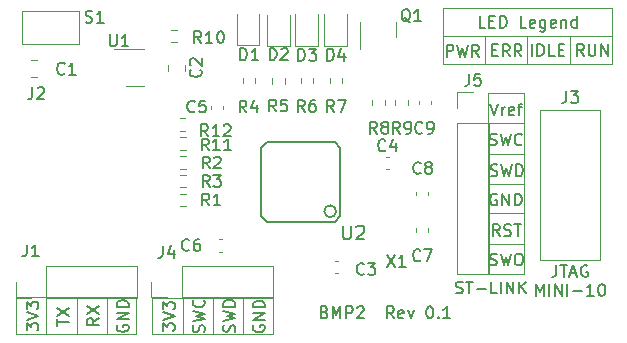
<source format=gbr>
%TF.GenerationSoftware,KiCad,Pcbnew,(6.0.7)*%
%TF.CreationDate,2022-09-01T12:01:24+02:00*%
%TF.ProjectId,bmp2,626d7032-2e6b-4696-9361-645f70636258,rev?*%
%TF.SameCoordinates,Original*%
%TF.FileFunction,Legend,Top*%
%TF.FilePolarity,Positive*%
%FSLAX46Y46*%
G04 Gerber Fmt 4.6, Leading zero omitted, Abs format (unit mm)*
G04 Created by KiCad (PCBNEW (6.0.7)) date 2022-09-01 12:01:24*
%MOMM*%
%LPD*%
G01*
G04 APERTURE LIST*
%ADD10C,0.150000*%
%ADD11C,0.120000*%
%ADD12C,0.127000*%
%ADD13C,0.152400*%
G04 APERTURE END LIST*
D10*
X146708333Y-42172380D02*
X146708333Y-42886666D01*
X146660714Y-43029523D01*
X146565476Y-43124761D01*
X146422619Y-43172380D01*
X146327380Y-43172380D01*
X147041666Y-42172380D02*
X147613095Y-42172380D01*
X147327380Y-43172380D02*
X147327380Y-42172380D01*
X147898809Y-42886666D02*
X148375000Y-42886666D01*
X147803571Y-43172380D02*
X148136904Y-42172380D01*
X148470238Y-43172380D01*
X149327380Y-42220000D02*
X149232142Y-42172380D01*
X149089285Y-42172380D01*
X148946428Y-42220000D01*
X148851190Y-42315238D01*
X148803571Y-42410476D01*
X148755952Y-42600952D01*
X148755952Y-42743809D01*
X148803571Y-42934285D01*
X148851190Y-43029523D01*
X148946428Y-43124761D01*
X149089285Y-43172380D01*
X149184523Y-43172380D01*
X149327380Y-43124761D01*
X149375000Y-43077142D01*
X149375000Y-42743809D01*
X149184523Y-42743809D01*
X144970238Y-44782380D02*
X144970238Y-43782380D01*
X145303571Y-44496666D01*
X145636904Y-43782380D01*
X145636904Y-44782380D01*
X146113095Y-44782380D02*
X146113095Y-43782380D01*
X146589285Y-44782380D02*
X146589285Y-43782380D01*
X147160714Y-44782380D01*
X147160714Y-43782380D01*
X147636904Y-44782380D02*
X147636904Y-43782380D01*
X148113095Y-44401428D02*
X148875000Y-44401428D01*
X149875000Y-44782380D02*
X149303571Y-44782380D01*
X149589285Y-44782380D02*
X149589285Y-43782380D01*
X149494047Y-43925238D01*
X149398809Y-44020476D01*
X149303571Y-44068095D01*
X150494047Y-43782380D02*
X150589285Y-43782380D01*
X150684523Y-43830000D01*
X150732142Y-43877619D01*
X150779761Y-43972857D01*
X150827380Y-44163333D01*
X150827380Y-44401428D01*
X150779761Y-44591904D01*
X150732142Y-44687142D01*
X150684523Y-44734761D01*
X150589285Y-44782380D01*
X150494047Y-44782380D01*
X150398809Y-44734761D01*
X150351190Y-44687142D01*
X150303571Y-44591904D01*
X150255952Y-44401428D01*
X150255952Y-44163333D01*
X150303571Y-43972857D01*
X150351190Y-43877619D01*
X150398809Y-43830000D01*
X150494047Y-43782380D01*
D11*
X147875000Y-22825000D02*
X147875000Y-25075000D01*
X140625000Y-22800000D02*
X140625000Y-25100000D01*
D10*
X149011904Y-24452380D02*
X148678571Y-23976190D01*
X148440476Y-24452380D02*
X148440476Y-23452380D01*
X148821428Y-23452380D01*
X148916666Y-23500000D01*
X148964285Y-23547619D01*
X149011904Y-23642857D01*
X149011904Y-23785714D01*
X148964285Y-23880952D01*
X148916666Y-23928571D01*
X148821428Y-23976190D01*
X148440476Y-23976190D01*
X149440476Y-23452380D02*
X149440476Y-24261904D01*
X149488095Y-24357142D01*
X149535714Y-24404761D01*
X149630952Y-24452380D01*
X149821428Y-24452380D01*
X149916666Y-24404761D01*
X149964285Y-24357142D01*
X150011904Y-24261904D01*
X150011904Y-23452380D01*
X150488095Y-24452380D02*
X150488095Y-23452380D01*
X151059523Y-24452380D01*
X151059523Y-23452380D01*
X144617857Y-24477380D02*
X144617857Y-23477380D01*
X145094047Y-24477380D02*
X145094047Y-23477380D01*
X145332142Y-23477380D01*
X145475000Y-23525000D01*
X145570238Y-23620238D01*
X145617857Y-23715476D01*
X145665476Y-23905952D01*
X145665476Y-24048809D01*
X145617857Y-24239285D01*
X145570238Y-24334523D01*
X145475000Y-24429761D01*
X145332142Y-24477380D01*
X145094047Y-24477380D01*
X146570238Y-24477380D02*
X146094047Y-24477380D01*
X146094047Y-23477380D01*
X146903571Y-23953571D02*
X147236904Y-23953571D01*
X147379761Y-24477380D02*
X146903571Y-24477380D01*
X146903571Y-23477380D01*
X147379761Y-23477380D01*
X141260714Y-23978571D02*
X141594047Y-23978571D01*
X141736904Y-24502380D02*
X141260714Y-24502380D01*
X141260714Y-23502380D01*
X141736904Y-23502380D01*
X142736904Y-24502380D02*
X142403571Y-24026190D01*
X142165476Y-24502380D02*
X142165476Y-23502380D01*
X142546428Y-23502380D01*
X142641666Y-23550000D01*
X142689285Y-23597619D01*
X142736904Y-23692857D01*
X142736904Y-23835714D01*
X142689285Y-23930952D01*
X142641666Y-23978571D01*
X142546428Y-24026190D01*
X142165476Y-24026190D01*
X143736904Y-24502380D02*
X143403571Y-24026190D01*
X143165476Y-24502380D02*
X143165476Y-23502380D01*
X143546428Y-23502380D01*
X143641666Y-23550000D01*
X143689285Y-23597619D01*
X143736904Y-23692857D01*
X143736904Y-23835714D01*
X143689285Y-23930952D01*
X143641666Y-23978571D01*
X143546428Y-24026190D01*
X143165476Y-24026190D01*
X137416666Y-24527380D02*
X137416666Y-23527380D01*
X137797619Y-23527380D01*
X137892857Y-23575000D01*
X137940476Y-23622619D01*
X137988095Y-23717857D01*
X137988095Y-23860714D01*
X137940476Y-23955952D01*
X137892857Y-24003571D01*
X137797619Y-24051190D01*
X137416666Y-24051190D01*
X138321428Y-23527380D02*
X138559523Y-24527380D01*
X138750000Y-23813095D01*
X138940476Y-24527380D01*
X139178571Y-23527380D01*
X140130952Y-24527380D02*
X139797619Y-24051190D01*
X139559523Y-24527380D02*
X139559523Y-23527380D01*
X139940476Y-23527380D01*
X140035714Y-23575000D01*
X140083333Y-23622619D01*
X140130952Y-23717857D01*
X140130952Y-23860714D01*
X140083333Y-23955952D01*
X140035714Y-24003571D01*
X139940476Y-24051190D01*
X139559523Y-24051190D01*
D11*
X144225000Y-25125000D02*
X144225000Y-22787500D01*
D10*
X140682142Y-22077380D02*
X140205952Y-22077380D01*
X140205952Y-21077380D01*
X141015476Y-21553571D02*
X141348809Y-21553571D01*
X141491666Y-22077380D02*
X141015476Y-22077380D01*
X141015476Y-21077380D01*
X141491666Y-21077380D01*
X141920238Y-22077380D02*
X141920238Y-21077380D01*
X142158333Y-21077380D01*
X142301190Y-21125000D01*
X142396428Y-21220238D01*
X142444047Y-21315476D01*
X142491666Y-21505952D01*
X142491666Y-21648809D01*
X142444047Y-21839285D01*
X142396428Y-21934523D01*
X142301190Y-22029761D01*
X142158333Y-22077380D01*
X141920238Y-22077380D01*
X144158333Y-22077380D02*
X143682142Y-22077380D01*
X143682142Y-21077380D01*
X144872619Y-22029761D02*
X144777380Y-22077380D01*
X144586904Y-22077380D01*
X144491666Y-22029761D01*
X144444047Y-21934523D01*
X144444047Y-21553571D01*
X144491666Y-21458333D01*
X144586904Y-21410714D01*
X144777380Y-21410714D01*
X144872619Y-21458333D01*
X144920238Y-21553571D01*
X144920238Y-21648809D01*
X144444047Y-21744047D01*
X145777380Y-21410714D02*
X145777380Y-22220238D01*
X145729761Y-22315476D01*
X145682142Y-22363095D01*
X145586904Y-22410714D01*
X145444047Y-22410714D01*
X145348809Y-22363095D01*
X145777380Y-22029761D02*
X145682142Y-22077380D01*
X145491666Y-22077380D01*
X145396428Y-22029761D01*
X145348809Y-21982142D01*
X145301190Y-21886904D01*
X145301190Y-21601190D01*
X145348809Y-21505952D01*
X145396428Y-21458333D01*
X145491666Y-21410714D01*
X145682142Y-21410714D01*
X145777380Y-21458333D01*
X146634523Y-22029761D02*
X146539285Y-22077380D01*
X146348809Y-22077380D01*
X146253571Y-22029761D01*
X146205952Y-21934523D01*
X146205952Y-21553571D01*
X146253571Y-21458333D01*
X146348809Y-21410714D01*
X146539285Y-21410714D01*
X146634523Y-21458333D01*
X146682142Y-21553571D01*
X146682142Y-21648809D01*
X146205952Y-21744047D01*
X147110714Y-21410714D02*
X147110714Y-22077380D01*
X147110714Y-21505952D02*
X147158333Y-21458333D01*
X147253571Y-21410714D01*
X147396428Y-21410714D01*
X147491666Y-21458333D01*
X147539285Y-21553571D01*
X147539285Y-22077380D01*
X148444047Y-22077380D02*
X148444047Y-21077380D01*
X148444047Y-22029761D02*
X148348809Y-22077380D01*
X148158333Y-22077380D01*
X148063095Y-22029761D01*
X148015476Y-21982142D01*
X147967857Y-21886904D01*
X147967857Y-21601190D01*
X148015476Y-21505952D01*
X148063095Y-21458333D01*
X148158333Y-21410714D01*
X148348809Y-21410714D01*
X148444047Y-21458333D01*
D11*
X137075000Y-22787500D02*
X151375000Y-22787500D01*
X137075000Y-20450000D02*
X151375000Y-20450000D01*
X151375000Y-20450000D02*
X151375000Y-25125000D01*
X151375000Y-25125000D02*
X137075000Y-25125000D01*
X137075000Y-25125000D02*
X137075000Y-20450000D01*
D10*
X141094047Y-42154761D02*
X141236904Y-42202380D01*
X141475000Y-42202380D01*
X141570238Y-42154761D01*
X141617857Y-42107142D01*
X141665476Y-42011904D01*
X141665476Y-41916666D01*
X141617857Y-41821428D01*
X141570238Y-41773809D01*
X141475000Y-41726190D01*
X141284523Y-41678571D01*
X141189285Y-41630952D01*
X141141666Y-41583333D01*
X141094047Y-41488095D01*
X141094047Y-41392857D01*
X141141666Y-41297619D01*
X141189285Y-41250000D01*
X141284523Y-41202380D01*
X141522619Y-41202380D01*
X141665476Y-41250000D01*
X141998809Y-41202380D02*
X142236904Y-42202380D01*
X142427380Y-41488095D01*
X142617857Y-42202380D01*
X142855952Y-41202380D01*
X143427380Y-41202380D02*
X143617857Y-41202380D01*
X143713095Y-41250000D01*
X143808333Y-41345238D01*
X143855952Y-41535714D01*
X143855952Y-41869047D01*
X143808333Y-42059523D01*
X143713095Y-42154761D01*
X143617857Y-42202380D01*
X143427380Y-42202380D01*
X143332142Y-42154761D01*
X143236904Y-42059523D01*
X143189285Y-41869047D01*
X143189285Y-41535714D01*
X143236904Y-41345238D01*
X143332142Y-41250000D01*
X143427380Y-41202380D01*
X141902380Y-39727380D02*
X141569047Y-39251190D01*
X141330952Y-39727380D02*
X141330952Y-38727380D01*
X141711904Y-38727380D01*
X141807142Y-38775000D01*
X141854761Y-38822619D01*
X141902380Y-38917857D01*
X141902380Y-39060714D01*
X141854761Y-39155952D01*
X141807142Y-39203571D01*
X141711904Y-39251190D01*
X141330952Y-39251190D01*
X142283333Y-39679761D02*
X142426190Y-39727380D01*
X142664285Y-39727380D01*
X142759523Y-39679761D01*
X142807142Y-39632142D01*
X142854761Y-39536904D01*
X142854761Y-39441666D01*
X142807142Y-39346428D01*
X142759523Y-39298809D01*
X142664285Y-39251190D01*
X142473809Y-39203571D01*
X142378571Y-39155952D01*
X142330952Y-39108333D01*
X142283333Y-39013095D01*
X142283333Y-38917857D01*
X142330952Y-38822619D01*
X142378571Y-38775000D01*
X142473809Y-38727380D01*
X142711904Y-38727380D01*
X142854761Y-38775000D01*
X143140476Y-38727380D02*
X143711904Y-38727380D01*
X143426190Y-39727380D02*
X143426190Y-38727380D01*
D11*
X144000000Y-37800000D02*
X140925000Y-37800000D01*
X140925000Y-37800000D02*
X140925000Y-42900000D01*
X140925000Y-42900000D02*
X144000000Y-42900000D01*
X144000000Y-42900000D02*
X144000000Y-37800000D01*
X144000000Y-40400000D02*
X140925000Y-40400000D01*
D10*
X141663095Y-36175000D02*
X141567857Y-36127380D01*
X141425000Y-36127380D01*
X141282142Y-36175000D01*
X141186904Y-36270238D01*
X141139285Y-36365476D01*
X141091666Y-36555952D01*
X141091666Y-36698809D01*
X141139285Y-36889285D01*
X141186904Y-36984523D01*
X141282142Y-37079761D01*
X141425000Y-37127380D01*
X141520238Y-37127380D01*
X141663095Y-37079761D01*
X141710714Y-37032142D01*
X141710714Y-36698809D01*
X141520238Y-36698809D01*
X142139285Y-37127380D02*
X142139285Y-36127380D01*
X142710714Y-37127380D01*
X142710714Y-36127380D01*
X143186904Y-37127380D02*
X143186904Y-36127380D01*
X143425000Y-36127380D01*
X143567857Y-36175000D01*
X143663095Y-36270238D01*
X143710714Y-36365476D01*
X143758333Y-36555952D01*
X143758333Y-36698809D01*
X143710714Y-36889285D01*
X143663095Y-36984523D01*
X143567857Y-37079761D01*
X143425000Y-37127380D01*
X143186904Y-37127380D01*
X141142857Y-34604761D02*
X141285714Y-34652380D01*
X141523809Y-34652380D01*
X141619047Y-34604761D01*
X141666666Y-34557142D01*
X141714285Y-34461904D01*
X141714285Y-34366666D01*
X141666666Y-34271428D01*
X141619047Y-34223809D01*
X141523809Y-34176190D01*
X141333333Y-34128571D01*
X141238095Y-34080952D01*
X141190476Y-34033333D01*
X141142857Y-33938095D01*
X141142857Y-33842857D01*
X141190476Y-33747619D01*
X141238095Y-33700000D01*
X141333333Y-33652380D01*
X141571428Y-33652380D01*
X141714285Y-33700000D01*
X142047619Y-33652380D02*
X142285714Y-34652380D01*
X142476190Y-33938095D01*
X142666666Y-34652380D01*
X142904761Y-33652380D01*
X143285714Y-34652380D02*
X143285714Y-33652380D01*
X143523809Y-33652380D01*
X143666666Y-33700000D01*
X143761904Y-33795238D01*
X143809523Y-33890476D01*
X143857142Y-34080952D01*
X143857142Y-34223809D01*
X143809523Y-34414285D01*
X143761904Y-34509523D01*
X143666666Y-34604761D01*
X143523809Y-34652380D01*
X143285714Y-34652380D01*
X141067857Y-32004761D02*
X141210714Y-32052380D01*
X141448809Y-32052380D01*
X141544047Y-32004761D01*
X141591666Y-31957142D01*
X141639285Y-31861904D01*
X141639285Y-31766666D01*
X141591666Y-31671428D01*
X141544047Y-31623809D01*
X141448809Y-31576190D01*
X141258333Y-31528571D01*
X141163095Y-31480952D01*
X141115476Y-31433333D01*
X141067857Y-31338095D01*
X141067857Y-31242857D01*
X141115476Y-31147619D01*
X141163095Y-31100000D01*
X141258333Y-31052380D01*
X141496428Y-31052380D01*
X141639285Y-31100000D01*
X141972619Y-31052380D02*
X142210714Y-32052380D01*
X142401190Y-31338095D01*
X142591666Y-32052380D01*
X142829761Y-31052380D01*
X143782142Y-31957142D02*
X143734523Y-32004761D01*
X143591666Y-32052380D01*
X143496428Y-32052380D01*
X143353571Y-32004761D01*
X143258333Y-31909523D01*
X143210714Y-31814285D01*
X143163095Y-31623809D01*
X143163095Y-31480952D01*
X143210714Y-31290476D01*
X143258333Y-31195238D01*
X143353571Y-31100000D01*
X143496428Y-31052380D01*
X143591666Y-31052380D01*
X143734523Y-31100000D01*
X143782142Y-31147619D01*
X141092857Y-28502380D02*
X141426190Y-29502380D01*
X141759523Y-28502380D01*
X142092857Y-29502380D02*
X142092857Y-28835714D01*
X142092857Y-29026190D02*
X142140476Y-28930952D01*
X142188095Y-28883333D01*
X142283333Y-28835714D01*
X142378571Y-28835714D01*
X143092857Y-29454761D02*
X142997619Y-29502380D01*
X142807142Y-29502380D01*
X142711904Y-29454761D01*
X142664285Y-29359523D01*
X142664285Y-28978571D01*
X142711904Y-28883333D01*
X142807142Y-28835714D01*
X142997619Y-28835714D01*
X143092857Y-28883333D01*
X143140476Y-28978571D01*
X143140476Y-29073809D01*
X142664285Y-29169047D01*
X143426190Y-28835714D02*
X143807142Y-28835714D01*
X143569047Y-29502380D02*
X143569047Y-28645238D01*
X143616666Y-28550000D01*
X143711904Y-28502380D01*
X143807142Y-28502380D01*
D11*
X144000000Y-32762500D02*
X140925000Y-32762500D01*
X144000000Y-27575000D02*
X140925000Y-27575000D01*
X140925000Y-27575000D02*
X140925000Y-37800000D01*
X140925000Y-37800000D02*
X144000000Y-37800000D01*
X144000000Y-37800000D02*
X144000000Y-27575000D01*
X144000000Y-30175000D02*
X140925000Y-30175000D01*
X143975000Y-35300000D02*
X140925000Y-35300000D01*
D10*
X138197619Y-44529761D02*
X138340476Y-44577380D01*
X138578571Y-44577380D01*
X138673809Y-44529761D01*
X138721428Y-44482142D01*
X138769047Y-44386904D01*
X138769047Y-44291666D01*
X138721428Y-44196428D01*
X138673809Y-44148809D01*
X138578571Y-44101190D01*
X138388095Y-44053571D01*
X138292857Y-44005952D01*
X138245238Y-43958333D01*
X138197619Y-43863095D01*
X138197619Y-43767857D01*
X138245238Y-43672619D01*
X138292857Y-43625000D01*
X138388095Y-43577380D01*
X138626190Y-43577380D01*
X138769047Y-43625000D01*
X139054761Y-43577380D02*
X139626190Y-43577380D01*
X139340476Y-44577380D02*
X139340476Y-43577380D01*
X139959523Y-44196428D02*
X140721428Y-44196428D01*
X141673809Y-44577380D02*
X141197619Y-44577380D01*
X141197619Y-43577380D01*
X142007142Y-44577380D02*
X142007142Y-43577380D01*
X142483333Y-44577380D02*
X142483333Y-43577380D01*
X143054761Y-44577380D01*
X143054761Y-43577380D01*
X143530952Y-44577380D02*
X143530952Y-43577380D01*
X144102380Y-44577380D02*
X143673809Y-44005952D01*
X144102380Y-43577380D02*
X143530952Y-44148809D01*
X127080952Y-46153571D02*
X127223809Y-46201190D01*
X127271428Y-46248809D01*
X127319047Y-46344047D01*
X127319047Y-46486904D01*
X127271428Y-46582142D01*
X127223809Y-46629761D01*
X127128571Y-46677380D01*
X126747619Y-46677380D01*
X126747619Y-45677380D01*
X127080952Y-45677380D01*
X127176190Y-45725000D01*
X127223809Y-45772619D01*
X127271428Y-45867857D01*
X127271428Y-45963095D01*
X127223809Y-46058333D01*
X127176190Y-46105952D01*
X127080952Y-46153571D01*
X126747619Y-46153571D01*
X127747619Y-46677380D02*
X127747619Y-45677380D01*
X128080952Y-46391666D01*
X128414285Y-45677380D01*
X128414285Y-46677380D01*
X128890476Y-46677380D02*
X128890476Y-45677380D01*
X129271428Y-45677380D01*
X129366666Y-45725000D01*
X129414285Y-45772619D01*
X129461904Y-45867857D01*
X129461904Y-46010714D01*
X129414285Y-46105952D01*
X129366666Y-46153571D01*
X129271428Y-46201190D01*
X128890476Y-46201190D01*
X129842857Y-45772619D02*
X129890476Y-45725000D01*
X129985714Y-45677380D01*
X130223809Y-45677380D01*
X130319047Y-45725000D01*
X130366666Y-45772619D01*
X130414285Y-45867857D01*
X130414285Y-45963095D01*
X130366666Y-46105952D01*
X129795238Y-46677380D01*
X130414285Y-46677380D01*
X132938095Y-46677380D02*
X132604761Y-46201190D01*
X132366666Y-46677380D02*
X132366666Y-45677380D01*
X132747619Y-45677380D01*
X132842857Y-45725000D01*
X132890476Y-45772619D01*
X132938095Y-45867857D01*
X132938095Y-46010714D01*
X132890476Y-46105952D01*
X132842857Y-46153571D01*
X132747619Y-46201190D01*
X132366666Y-46201190D01*
X133747619Y-46629761D02*
X133652380Y-46677380D01*
X133461904Y-46677380D01*
X133366666Y-46629761D01*
X133319047Y-46534523D01*
X133319047Y-46153571D01*
X133366666Y-46058333D01*
X133461904Y-46010714D01*
X133652380Y-46010714D01*
X133747619Y-46058333D01*
X133795238Y-46153571D01*
X133795238Y-46248809D01*
X133319047Y-46344047D01*
X134128571Y-46010714D02*
X134366666Y-46677380D01*
X134604761Y-46010714D01*
X135938095Y-45677380D02*
X136033333Y-45677380D01*
X136128571Y-45725000D01*
X136176190Y-45772619D01*
X136223809Y-45867857D01*
X136271428Y-46058333D01*
X136271428Y-46296428D01*
X136223809Y-46486904D01*
X136176190Y-46582142D01*
X136128571Y-46629761D01*
X136033333Y-46677380D01*
X135938095Y-46677380D01*
X135842857Y-46629761D01*
X135795238Y-46582142D01*
X135747619Y-46486904D01*
X135700000Y-46296428D01*
X135700000Y-46058333D01*
X135747619Y-45867857D01*
X135795238Y-45772619D01*
X135842857Y-45725000D01*
X135938095Y-45677380D01*
X136700000Y-46582142D02*
X136747619Y-46629761D01*
X136700000Y-46677380D01*
X136652380Y-46629761D01*
X136700000Y-46582142D01*
X136700000Y-46677380D01*
X137700000Y-46677380D02*
X137128571Y-46677380D01*
X137414285Y-46677380D02*
X137414285Y-45677380D01*
X137319047Y-45820238D01*
X137223809Y-45915476D01*
X137128571Y-45963095D01*
X121050000Y-47286904D02*
X121002380Y-47382142D01*
X121002380Y-47525000D01*
X121050000Y-47667857D01*
X121145238Y-47763095D01*
X121240476Y-47810714D01*
X121430952Y-47858333D01*
X121573809Y-47858333D01*
X121764285Y-47810714D01*
X121859523Y-47763095D01*
X121954761Y-47667857D01*
X122002380Y-47525000D01*
X122002380Y-47429761D01*
X121954761Y-47286904D01*
X121907142Y-47239285D01*
X121573809Y-47239285D01*
X121573809Y-47429761D01*
X122002380Y-46810714D02*
X121002380Y-46810714D01*
X122002380Y-46239285D01*
X121002380Y-46239285D01*
X122002380Y-45763095D02*
X121002380Y-45763095D01*
X121002380Y-45525000D01*
X121050000Y-45382142D01*
X121145238Y-45286904D01*
X121240476Y-45239285D01*
X121430952Y-45191666D01*
X121573809Y-45191666D01*
X121764285Y-45239285D01*
X121859523Y-45286904D01*
X121954761Y-45382142D01*
X122002380Y-45525000D01*
X122002380Y-45763095D01*
X119454761Y-47832142D02*
X119502380Y-47689285D01*
X119502380Y-47451190D01*
X119454761Y-47355952D01*
X119407142Y-47308333D01*
X119311904Y-47260714D01*
X119216666Y-47260714D01*
X119121428Y-47308333D01*
X119073809Y-47355952D01*
X119026190Y-47451190D01*
X118978571Y-47641666D01*
X118930952Y-47736904D01*
X118883333Y-47784523D01*
X118788095Y-47832142D01*
X118692857Y-47832142D01*
X118597619Y-47784523D01*
X118550000Y-47736904D01*
X118502380Y-47641666D01*
X118502380Y-47403571D01*
X118550000Y-47260714D01*
X118502380Y-46927380D02*
X119502380Y-46689285D01*
X118788095Y-46498809D01*
X119502380Y-46308333D01*
X118502380Y-46070238D01*
X119502380Y-45689285D02*
X118502380Y-45689285D01*
X118502380Y-45451190D01*
X118550000Y-45308333D01*
X118645238Y-45213095D01*
X118740476Y-45165476D01*
X118930952Y-45117857D01*
X119073809Y-45117857D01*
X119264285Y-45165476D01*
X119359523Y-45213095D01*
X119454761Y-45308333D01*
X119502380Y-45451190D01*
X119502380Y-45689285D01*
X116879761Y-47857142D02*
X116927380Y-47714285D01*
X116927380Y-47476190D01*
X116879761Y-47380952D01*
X116832142Y-47333333D01*
X116736904Y-47285714D01*
X116641666Y-47285714D01*
X116546428Y-47333333D01*
X116498809Y-47380952D01*
X116451190Y-47476190D01*
X116403571Y-47666666D01*
X116355952Y-47761904D01*
X116308333Y-47809523D01*
X116213095Y-47857142D01*
X116117857Y-47857142D01*
X116022619Y-47809523D01*
X115975000Y-47761904D01*
X115927380Y-47666666D01*
X115927380Y-47428571D01*
X115975000Y-47285714D01*
X115927380Y-46952380D02*
X116927380Y-46714285D01*
X116213095Y-46523809D01*
X116927380Y-46333333D01*
X115927380Y-46095238D01*
X116832142Y-45142857D02*
X116879761Y-45190476D01*
X116927380Y-45333333D01*
X116927380Y-45428571D01*
X116879761Y-45571428D01*
X116784523Y-45666666D01*
X116689285Y-45714285D01*
X116498809Y-45761904D01*
X116355952Y-45761904D01*
X116165476Y-45714285D01*
X116070238Y-45666666D01*
X115975000Y-45571428D01*
X115927380Y-45428571D01*
X115927380Y-45333333D01*
X115975000Y-45190476D01*
X116022619Y-45142857D01*
X113377380Y-47738095D02*
X113377380Y-47119047D01*
X113758333Y-47452380D01*
X113758333Y-47309523D01*
X113805952Y-47214285D01*
X113853571Y-47166666D01*
X113948809Y-47119047D01*
X114186904Y-47119047D01*
X114282142Y-47166666D01*
X114329761Y-47214285D01*
X114377380Y-47309523D01*
X114377380Y-47595238D01*
X114329761Y-47690476D01*
X114282142Y-47738095D01*
X113377380Y-46833333D02*
X114377380Y-46500000D01*
X113377380Y-46166666D01*
X113377380Y-45928571D02*
X113377380Y-45309523D01*
X113758333Y-45642857D01*
X113758333Y-45500000D01*
X113805952Y-45404761D01*
X113853571Y-45357142D01*
X113948809Y-45309523D01*
X114186904Y-45309523D01*
X114282142Y-45357142D01*
X114329761Y-45404761D01*
X114377380Y-45500000D01*
X114377380Y-45785714D01*
X114329761Y-45880952D01*
X114282142Y-45928571D01*
D11*
X117637500Y-44950000D02*
X117637500Y-48025000D01*
X112450000Y-44950000D02*
X122675000Y-44950000D01*
X122675000Y-44950000D02*
X122675000Y-48025000D01*
X122675000Y-48025000D02*
X112450000Y-48025000D01*
X112450000Y-48025000D02*
X112450000Y-44950000D01*
X115050000Y-44950000D02*
X115050000Y-48025000D01*
X120175000Y-44975000D02*
X120175000Y-48025000D01*
D10*
X109525000Y-47261904D02*
X109477380Y-47357142D01*
X109477380Y-47500000D01*
X109525000Y-47642857D01*
X109620238Y-47738095D01*
X109715476Y-47785714D01*
X109905952Y-47833333D01*
X110048809Y-47833333D01*
X110239285Y-47785714D01*
X110334523Y-47738095D01*
X110429761Y-47642857D01*
X110477380Y-47500000D01*
X110477380Y-47404761D01*
X110429761Y-47261904D01*
X110382142Y-47214285D01*
X110048809Y-47214285D01*
X110048809Y-47404761D01*
X110477380Y-46785714D02*
X109477380Y-46785714D01*
X110477380Y-46214285D01*
X109477380Y-46214285D01*
X110477380Y-45738095D02*
X109477380Y-45738095D01*
X109477380Y-45500000D01*
X109525000Y-45357142D01*
X109620238Y-45261904D01*
X109715476Y-45214285D01*
X109905952Y-45166666D01*
X110048809Y-45166666D01*
X110239285Y-45214285D01*
X110334523Y-45261904D01*
X110429761Y-45357142D01*
X110477380Y-45500000D01*
X110477380Y-45738095D01*
X107977380Y-46666666D02*
X107501190Y-47000000D01*
X107977380Y-47238095D02*
X106977380Y-47238095D01*
X106977380Y-46857142D01*
X107025000Y-46761904D01*
X107072619Y-46714285D01*
X107167857Y-46666666D01*
X107310714Y-46666666D01*
X107405952Y-46714285D01*
X107453571Y-46761904D01*
X107501190Y-46857142D01*
X107501190Y-47238095D01*
X106977380Y-46333333D02*
X107977380Y-45666666D01*
X106977380Y-45666666D02*
X107977380Y-46333333D01*
X104402380Y-47311904D02*
X104402380Y-46740476D01*
X105402380Y-47026190D02*
X104402380Y-47026190D01*
X104402380Y-46502380D02*
X105402380Y-45835714D01*
X104402380Y-45835714D02*
X105402380Y-46502380D01*
X101852380Y-47713095D02*
X101852380Y-47094047D01*
X102233333Y-47427380D01*
X102233333Y-47284523D01*
X102280952Y-47189285D01*
X102328571Y-47141666D01*
X102423809Y-47094047D01*
X102661904Y-47094047D01*
X102757142Y-47141666D01*
X102804761Y-47189285D01*
X102852380Y-47284523D01*
X102852380Y-47570238D01*
X102804761Y-47665476D01*
X102757142Y-47713095D01*
X101852380Y-46808333D02*
X102852380Y-46475000D01*
X101852380Y-46141666D01*
X101852380Y-45903571D02*
X101852380Y-45284523D01*
X102233333Y-45617857D01*
X102233333Y-45475000D01*
X102280952Y-45379761D01*
X102328571Y-45332142D01*
X102423809Y-45284523D01*
X102661904Y-45284523D01*
X102757142Y-45332142D01*
X102804761Y-45379761D01*
X102852380Y-45475000D01*
X102852380Y-45760714D01*
X102804761Y-45855952D01*
X102757142Y-45903571D01*
D11*
X108650000Y-44950000D02*
X108650000Y-48000000D01*
X106112500Y-44925000D02*
X106112500Y-48000000D01*
X103525000Y-44925000D02*
X103525000Y-48000000D01*
X100925000Y-44925000D02*
X111150000Y-44925000D01*
X111150000Y-44925000D02*
X111150000Y-48000000D01*
X111150000Y-48000000D02*
X100925000Y-48000000D01*
X100925000Y-48000000D02*
X100925000Y-44925000D01*
D10*
%TO.C,S1*%
X106838095Y-21604761D02*
X106980952Y-21652380D01*
X107219047Y-21652380D01*
X107314285Y-21604761D01*
X107361904Y-21557142D01*
X107409523Y-21461904D01*
X107409523Y-21366666D01*
X107361904Y-21271428D01*
X107314285Y-21223809D01*
X107219047Y-21176190D01*
X107028571Y-21128571D01*
X106933333Y-21080952D01*
X106885714Y-21033333D01*
X106838095Y-20938095D01*
X106838095Y-20842857D01*
X106885714Y-20747619D01*
X106933333Y-20700000D01*
X107028571Y-20652380D01*
X107266666Y-20652380D01*
X107409523Y-20700000D01*
X108361904Y-21652380D02*
X107790476Y-21652380D01*
X108076190Y-21652380D02*
X108076190Y-20652380D01*
X107980952Y-20795238D01*
X107885714Y-20890476D01*
X107790476Y-20938095D01*
%TO.C,J3*%
X147541666Y-27427380D02*
X147541666Y-28141666D01*
X147494047Y-28284523D01*
X147398809Y-28379761D01*
X147255952Y-28427380D01*
X147160714Y-28427380D01*
X147922619Y-27427380D02*
X148541666Y-27427380D01*
X148208333Y-27808333D01*
X148351190Y-27808333D01*
X148446428Y-27855952D01*
X148494047Y-27903571D01*
X148541666Y-27998809D01*
X148541666Y-28236904D01*
X148494047Y-28332142D01*
X148446428Y-28379761D01*
X148351190Y-28427380D01*
X148065476Y-28427380D01*
X147970238Y-28379761D01*
X147922619Y-28332142D01*
%TO.C,X1*%
X132365476Y-41302380D02*
X133032142Y-42302380D01*
X133032142Y-41302380D02*
X132365476Y-42302380D01*
X133936904Y-42302380D02*
X133365476Y-42302380D01*
X133651190Y-42302380D02*
X133651190Y-41302380D01*
X133555952Y-41445238D01*
X133460714Y-41540476D01*
X133365476Y-41588095D01*
D12*
%TO.C,U2*%
X128629692Y-38852571D02*
X128629692Y-39777857D01*
X128684121Y-39886714D01*
X128738550Y-39941142D01*
X128847407Y-39995571D01*
X129065121Y-39995571D01*
X129173978Y-39941142D01*
X129228407Y-39886714D01*
X129282835Y-39777857D01*
X129282835Y-38852571D01*
X129772692Y-38961428D02*
X129827121Y-38907000D01*
X129935978Y-38852571D01*
X130208121Y-38852571D01*
X130316978Y-38907000D01*
X130371407Y-38961428D01*
X130425835Y-39070285D01*
X130425835Y-39179142D01*
X130371407Y-39342428D01*
X129718264Y-39995571D01*
X130425835Y-39995571D01*
D10*
%TO.C,U1*%
X108888095Y-22652380D02*
X108888095Y-23461904D01*
X108935714Y-23557142D01*
X108983333Y-23604761D01*
X109078571Y-23652380D01*
X109269047Y-23652380D01*
X109364285Y-23604761D01*
X109411904Y-23557142D01*
X109459523Y-23461904D01*
X109459523Y-22652380D01*
X110459523Y-23652380D02*
X109888095Y-23652380D01*
X110173809Y-23652380D02*
X110173809Y-22652380D01*
X110078571Y-22795238D01*
X109983333Y-22890476D01*
X109888095Y-22938095D01*
%TO.C,R12*%
X117207142Y-31277380D02*
X116873809Y-30801190D01*
X116635714Y-31277380D02*
X116635714Y-30277380D01*
X117016666Y-30277380D01*
X117111904Y-30325000D01*
X117159523Y-30372619D01*
X117207142Y-30467857D01*
X117207142Y-30610714D01*
X117159523Y-30705952D01*
X117111904Y-30753571D01*
X117016666Y-30801190D01*
X116635714Y-30801190D01*
X118159523Y-31277380D02*
X117588095Y-31277380D01*
X117873809Y-31277380D02*
X117873809Y-30277380D01*
X117778571Y-30420238D01*
X117683333Y-30515476D01*
X117588095Y-30563095D01*
X118540476Y-30372619D02*
X118588095Y-30325000D01*
X118683333Y-30277380D01*
X118921428Y-30277380D01*
X119016666Y-30325000D01*
X119064285Y-30372619D01*
X119111904Y-30467857D01*
X119111904Y-30563095D01*
X119064285Y-30705952D01*
X118492857Y-31277380D01*
X119111904Y-31277380D01*
%TO.C,R11*%
X117257142Y-32477380D02*
X116923809Y-32001190D01*
X116685714Y-32477380D02*
X116685714Y-31477380D01*
X117066666Y-31477380D01*
X117161904Y-31525000D01*
X117209523Y-31572619D01*
X117257142Y-31667857D01*
X117257142Y-31810714D01*
X117209523Y-31905952D01*
X117161904Y-31953571D01*
X117066666Y-32001190D01*
X116685714Y-32001190D01*
X118209523Y-32477380D02*
X117638095Y-32477380D01*
X117923809Y-32477380D02*
X117923809Y-31477380D01*
X117828571Y-31620238D01*
X117733333Y-31715476D01*
X117638095Y-31763095D01*
X119161904Y-32477380D02*
X118590476Y-32477380D01*
X118876190Y-32477380D02*
X118876190Y-31477380D01*
X118780952Y-31620238D01*
X118685714Y-31715476D01*
X118590476Y-31763095D01*
%TO.C,R10*%
X116632142Y-23377380D02*
X116298809Y-22901190D01*
X116060714Y-23377380D02*
X116060714Y-22377380D01*
X116441666Y-22377380D01*
X116536904Y-22425000D01*
X116584523Y-22472619D01*
X116632142Y-22567857D01*
X116632142Y-22710714D01*
X116584523Y-22805952D01*
X116536904Y-22853571D01*
X116441666Y-22901190D01*
X116060714Y-22901190D01*
X117584523Y-23377380D02*
X117013095Y-23377380D01*
X117298809Y-23377380D02*
X117298809Y-22377380D01*
X117203571Y-22520238D01*
X117108333Y-22615476D01*
X117013095Y-22663095D01*
X118203571Y-22377380D02*
X118298809Y-22377380D01*
X118394047Y-22425000D01*
X118441666Y-22472619D01*
X118489285Y-22567857D01*
X118536904Y-22758333D01*
X118536904Y-22996428D01*
X118489285Y-23186904D01*
X118441666Y-23282142D01*
X118394047Y-23329761D01*
X118298809Y-23377380D01*
X118203571Y-23377380D01*
X118108333Y-23329761D01*
X118060714Y-23282142D01*
X118013095Y-23186904D01*
X117965476Y-22996428D01*
X117965476Y-22758333D01*
X118013095Y-22567857D01*
X118060714Y-22472619D01*
X118108333Y-22425000D01*
X118203571Y-22377380D01*
%TO.C,R9*%
X133458333Y-31052380D02*
X133125000Y-30576190D01*
X132886904Y-31052380D02*
X132886904Y-30052380D01*
X133267857Y-30052380D01*
X133363095Y-30100000D01*
X133410714Y-30147619D01*
X133458333Y-30242857D01*
X133458333Y-30385714D01*
X133410714Y-30480952D01*
X133363095Y-30528571D01*
X133267857Y-30576190D01*
X132886904Y-30576190D01*
X133934523Y-31052380D02*
X134125000Y-31052380D01*
X134220238Y-31004761D01*
X134267857Y-30957142D01*
X134363095Y-30814285D01*
X134410714Y-30623809D01*
X134410714Y-30242857D01*
X134363095Y-30147619D01*
X134315476Y-30100000D01*
X134220238Y-30052380D01*
X134029761Y-30052380D01*
X133934523Y-30100000D01*
X133886904Y-30147619D01*
X133839285Y-30242857D01*
X133839285Y-30480952D01*
X133886904Y-30576190D01*
X133934523Y-30623809D01*
X134029761Y-30671428D01*
X134220238Y-30671428D01*
X134315476Y-30623809D01*
X134363095Y-30576190D01*
X134410714Y-30480952D01*
%TO.C,R8*%
X131508333Y-31052380D02*
X131175000Y-30576190D01*
X130936904Y-31052380D02*
X130936904Y-30052380D01*
X131317857Y-30052380D01*
X131413095Y-30100000D01*
X131460714Y-30147619D01*
X131508333Y-30242857D01*
X131508333Y-30385714D01*
X131460714Y-30480952D01*
X131413095Y-30528571D01*
X131317857Y-30576190D01*
X130936904Y-30576190D01*
X132079761Y-30480952D02*
X131984523Y-30433333D01*
X131936904Y-30385714D01*
X131889285Y-30290476D01*
X131889285Y-30242857D01*
X131936904Y-30147619D01*
X131984523Y-30100000D01*
X132079761Y-30052380D01*
X132270238Y-30052380D01*
X132365476Y-30100000D01*
X132413095Y-30147619D01*
X132460714Y-30242857D01*
X132460714Y-30290476D01*
X132413095Y-30385714D01*
X132365476Y-30433333D01*
X132270238Y-30480952D01*
X132079761Y-30480952D01*
X131984523Y-30528571D01*
X131936904Y-30576190D01*
X131889285Y-30671428D01*
X131889285Y-30861904D01*
X131936904Y-30957142D01*
X131984523Y-31004761D01*
X132079761Y-31052380D01*
X132270238Y-31052380D01*
X132365476Y-31004761D01*
X132413095Y-30957142D01*
X132460714Y-30861904D01*
X132460714Y-30671428D01*
X132413095Y-30576190D01*
X132365476Y-30528571D01*
X132270238Y-30480952D01*
%TO.C,R7*%
X127858333Y-29202380D02*
X127525000Y-28726190D01*
X127286904Y-29202380D02*
X127286904Y-28202380D01*
X127667857Y-28202380D01*
X127763095Y-28250000D01*
X127810714Y-28297619D01*
X127858333Y-28392857D01*
X127858333Y-28535714D01*
X127810714Y-28630952D01*
X127763095Y-28678571D01*
X127667857Y-28726190D01*
X127286904Y-28726190D01*
X128191666Y-28202380D02*
X128858333Y-28202380D01*
X128429761Y-29202380D01*
%TO.C,R6*%
X125383333Y-29202380D02*
X125050000Y-28726190D01*
X124811904Y-29202380D02*
X124811904Y-28202380D01*
X125192857Y-28202380D01*
X125288095Y-28250000D01*
X125335714Y-28297619D01*
X125383333Y-28392857D01*
X125383333Y-28535714D01*
X125335714Y-28630952D01*
X125288095Y-28678571D01*
X125192857Y-28726190D01*
X124811904Y-28726190D01*
X126240476Y-28202380D02*
X126050000Y-28202380D01*
X125954761Y-28250000D01*
X125907142Y-28297619D01*
X125811904Y-28440476D01*
X125764285Y-28630952D01*
X125764285Y-29011904D01*
X125811904Y-29107142D01*
X125859523Y-29154761D01*
X125954761Y-29202380D01*
X126145238Y-29202380D01*
X126240476Y-29154761D01*
X126288095Y-29107142D01*
X126335714Y-29011904D01*
X126335714Y-28773809D01*
X126288095Y-28678571D01*
X126240476Y-28630952D01*
X126145238Y-28583333D01*
X125954761Y-28583333D01*
X125859523Y-28630952D01*
X125811904Y-28678571D01*
X125764285Y-28773809D01*
%TO.C,R5*%
X122983333Y-29177380D02*
X122650000Y-28701190D01*
X122411904Y-29177380D02*
X122411904Y-28177380D01*
X122792857Y-28177380D01*
X122888095Y-28225000D01*
X122935714Y-28272619D01*
X122983333Y-28367857D01*
X122983333Y-28510714D01*
X122935714Y-28605952D01*
X122888095Y-28653571D01*
X122792857Y-28701190D01*
X122411904Y-28701190D01*
X123888095Y-28177380D02*
X123411904Y-28177380D01*
X123364285Y-28653571D01*
X123411904Y-28605952D01*
X123507142Y-28558333D01*
X123745238Y-28558333D01*
X123840476Y-28605952D01*
X123888095Y-28653571D01*
X123935714Y-28748809D01*
X123935714Y-28986904D01*
X123888095Y-29082142D01*
X123840476Y-29129761D01*
X123745238Y-29177380D01*
X123507142Y-29177380D01*
X123411904Y-29129761D01*
X123364285Y-29082142D01*
%TO.C,R4*%
X120458333Y-29252380D02*
X120125000Y-28776190D01*
X119886904Y-29252380D02*
X119886904Y-28252380D01*
X120267857Y-28252380D01*
X120363095Y-28300000D01*
X120410714Y-28347619D01*
X120458333Y-28442857D01*
X120458333Y-28585714D01*
X120410714Y-28680952D01*
X120363095Y-28728571D01*
X120267857Y-28776190D01*
X119886904Y-28776190D01*
X121315476Y-28585714D02*
X121315476Y-29252380D01*
X121077380Y-28204761D02*
X120839285Y-28919047D01*
X121458333Y-28919047D01*
%TO.C,R3*%
X117333333Y-35552380D02*
X117000000Y-35076190D01*
X116761904Y-35552380D02*
X116761904Y-34552380D01*
X117142857Y-34552380D01*
X117238095Y-34600000D01*
X117285714Y-34647619D01*
X117333333Y-34742857D01*
X117333333Y-34885714D01*
X117285714Y-34980952D01*
X117238095Y-35028571D01*
X117142857Y-35076190D01*
X116761904Y-35076190D01*
X117666666Y-34552380D02*
X118285714Y-34552380D01*
X117952380Y-34933333D01*
X118095238Y-34933333D01*
X118190476Y-34980952D01*
X118238095Y-35028571D01*
X118285714Y-35123809D01*
X118285714Y-35361904D01*
X118238095Y-35457142D01*
X118190476Y-35504761D01*
X118095238Y-35552380D01*
X117809523Y-35552380D01*
X117714285Y-35504761D01*
X117666666Y-35457142D01*
%TO.C,R2*%
X117333333Y-34002380D02*
X117000000Y-33526190D01*
X116761904Y-34002380D02*
X116761904Y-33002380D01*
X117142857Y-33002380D01*
X117238095Y-33050000D01*
X117285714Y-33097619D01*
X117333333Y-33192857D01*
X117333333Y-33335714D01*
X117285714Y-33430952D01*
X117238095Y-33478571D01*
X117142857Y-33526190D01*
X116761904Y-33526190D01*
X117714285Y-33097619D02*
X117761904Y-33050000D01*
X117857142Y-33002380D01*
X118095238Y-33002380D01*
X118190476Y-33050000D01*
X118238095Y-33097619D01*
X118285714Y-33192857D01*
X118285714Y-33288095D01*
X118238095Y-33430952D01*
X117666666Y-34002380D01*
X118285714Y-34002380D01*
%TO.C,R1*%
X117308333Y-37127380D02*
X116975000Y-36651190D01*
X116736904Y-37127380D02*
X116736904Y-36127380D01*
X117117857Y-36127380D01*
X117213095Y-36175000D01*
X117260714Y-36222619D01*
X117308333Y-36317857D01*
X117308333Y-36460714D01*
X117260714Y-36555952D01*
X117213095Y-36603571D01*
X117117857Y-36651190D01*
X116736904Y-36651190D01*
X118260714Y-37127380D02*
X117689285Y-37127380D01*
X117975000Y-37127380D02*
X117975000Y-36127380D01*
X117879761Y-36270238D01*
X117784523Y-36365476D01*
X117689285Y-36413095D01*
%TO.C,Q1*%
X134329761Y-21622619D02*
X134234523Y-21575000D01*
X134139285Y-21479761D01*
X133996428Y-21336904D01*
X133901190Y-21289285D01*
X133805952Y-21289285D01*
X133853571Y-21527380D02*
X133758333Y-21479761D01*
X133663095Y-21384523D01*
X133615476Y-21194047D01*
X133615476Y-20860714D01*
X133663095Y-20670238D01*
X133758333Y-20575000D01*
X133853571Y-20527380D01*
X134044047Y-20527380D01*
X134139285Y-20575000D01*
X134234523Y-20670238D01*
X134282142Y-20860714D01*
X134282142Y-21194047D01*
X134234523Y-21384523D01*
X134139285Y-21479761D01*
X134044047Y-21527380D01*
X133853571Y-21527380D01*
X135234523Y-21527380D02*
X134663095Y-21527380D01*
X134948809Y-21527380D02*
X134948809Y-20527380D01*
X134853571Y-20670238D01*
X134758333Y-20765476D01*
X134663095Y-20813095D01*
%TO.C,J5*%
X139316666Y-25997380D02*
X139316666Y-26711666D01*
X139269047Y-26854523D01*
X139173809Y-26949761D01*
X139030952Y-26997380D01*
X138935714Y-26997380D01*
X140269047Y-25997380D02*
X139792857Y-25997380D01*
X139745238Y-26473571D01*
X139792857Y-26425952D01*
X139888095Y-26378333D01*
X140126190Y-26378333D01*
X140221428Y-26425952D01*
X140269047Y-26473571D01*
X140316666Y-26568809D01*
X140316666Y-26806904D01*
X140269047Y-26902142D01*
X140221428Y-26949761D01*
X140126190Y-26997380D01*
X139888095Y-26997380D01*
X139792857Y-26949761D01*
X139745238Y-26902142D01*
%TO.C,J4*%
X113391666Y-40552380D02*
X113391666Y-41266666D01*
X113344047Y-41409523D01*
X113248809Y-41504761D01*
X113105952Y-41552380D01*
X113010714Y-41552380D01*
X114296428Y-40885714D02*
X114296428Y-41552380D01*
X114058333Y-40504761D02*
X113820238Y-41219047D01*
X114439285Y-41219047D01*
%TO.C,J2*%
X102341666Y-27127380D02*
X102341666Y-27841666D01*
X102294047Y-27984523D01*
X102198809Y-28079761D01*
X102055952Y-28127380D01*
X101960714Y-28127380D01*
X102770238Y-27222619D02*
X102817857Y-27175000D01*
X102913095Y-27127380D01*
X103151190Y-27127380D01*
X103246428Y-27175000D01*
X103294047Y-27222619D01*
X103341666Y-27317857D01*
X103341666Y-27413095D01*
X103294047Y-27555952D01*
X102722619Y-28127380D01*
X103341666Y-28127380D01*
%TO.C,J1*%
X101866666Y-40452380D02*
X101866666Y-41166666D01*
X101819047Y-41309523D01*
X101723809Y-41404761D01*
X101580952Y-41452380D01*
X101485714Y-41452380D01*
X102866666Y-41452380D02*
X102295238Y-41452380D01*
X102580952Y-41452380D02*
X102580952Y-40452380D01*
X102485714Y-40595238D01*
X102390476Y-40690476D01*
X102295238Y-40738095D01*
%TO.C,D4*%
X127286904Y-24864880D02*
X127286904Y-23864880D01*
X127525000Y-23864880D01*
X127667857Y-23912500D01*
X127763095Y-24007738D01*
X127810714Y-24102976D01*
X127858333Y-24293452D01*
X127858333Y-24436309D01*
X127810714Y-24626785D01*
X127763095Y-24722023D01*
X127667857Y-24817261D01*
X127525000Y-24864880D01*
X127286904Y-24864880D01*
X128715476Y-24198214D02*
X128715476Y-24864880D01*
X128477380Y-23817261D02*
X128239285Y-24531547D01*
X128858333Y-24531547D01*
%TO.C,D3*%
X124836904Y-24877380D02*
X124836904Y-23877380D01*
X125075000Y-23877380D01*
X125217857Y-23925000D01*
X125313095Y-24020238D01*
X125360714Y-24115476D01*
X125408333Y-24305952D01*
X125408333Y-24448809D01*
X125360714Y-24639285D01*
X125313095Y-24734523D01*
X125217857Y-24829761D01*
X125075000Y-24877380D01*
X124836904Y-24877380D01*
X125741666Y-23877380D02*
X126360714Y-23877380D01*
X126027380Y-24258333D01*
X126170238Y-24258333D01*
X126265476Y-24305952D01*
X126313095Y-24353571D01*
X126360714Y-24448809D01*
X126360714Y-24686904D01*
X126313095Y-24782142D01*
X126265476Y-24829761D01*
X126170238Y-24877380D01*
X125884523Y-24877380D01*
X125789285Y-24829761D01*
X125741666Y-24782142D01*
%TO.C,D2*%
X122436904Y-24827380D02*
X122436904Y-23827380D01*
X122675000Y-23827380D01*
X122817857Y-23875000D01*
X122913095Y-23970238D01*
X122960714Y-24065476D01*
X123008333Y-24255952D01*
X123008333Y-24398809D01*
X122960714Y-24589285D01*
X122913095Y-24684523D01*
X122817857Y-24779761D01*
X122675000Y-24827380D01*
X122436904Y-24827380D01*
X123389285Y-23922619D02*
X123436904Y-23875000D01*
X123532142Y-23827380D01*
X123770238Y-23827380D01*
X123865476Y-23875000D01*
X123913095Y-23922619D01*
X123960714Y-24017857D01*
X123960714Y-24113095D01*
X123913095Y-24255952D01*
X123341666Y-24827380D01*
X123960714Y-24827380D01*
%TO.C,D1*%
X119936904Y-24827380D02*
X119936904Y-23827380D01*
X120175000Y-23827380D01*
X120317857Y-23875000D01*
X120413095Y-23970238D01*
X120460714Y-24065476D01*
X120508333Y-24255952D01*
X120508333Y-24398809D01*
X120460714Y-24589285D01*
X120413095Y-24684523D01*
X120317857Y-24779761D01*
X120175000Y-24827380D01*
X119936904Y-24827380D01*
X121460714Y-24827380D02*
X120889285Y-24827380D01*
X121175000Y-24827380D02*
X121175000Y-23827380D01*
X121079761Y-23970238D01*
X120984523Y-24065476D01*
X120889285Y-24113095D01*
%TO.C,C9*%
X135358333Y-30957142D02*
X135310714Y-31004761D01*
X135167857Y-31052380D01*
X135072619Y-31052380D01*
X134929761Y-31004761D01*
X134834523Y-30909523D01*
X134786904Y-30814285D01*
X134739285Y-30623809D01*
X134739285Y-30480952D01*
X134786904Y-30290476D01*
X134834523Y-30195238D01*
X134929761Y-30100000D01*
X135072619Y-30052380D01*
X135167857Y-30052380D01*
X135310714Y-30100000D01*
X135358333Y-30147619D01*
X135834523Y-31052380D02*
X136025000Y-31052380D01*
X136120238Y-31004761D01*
X136167857Y-30957142D01*
X136263095Y-30814285D01*
X136310714Y-30623809D01*
X136310714Y-30242857D01*
X136263095Y-30147619D01*
X136215476Y-30100000D01*
X136120238Y-30052380D01*
X135929761Y-30052380D01*
X135834523Y-30100000D01*
X135786904Y-30147619D01*
X135739285Y-30242857D01*
X135739285Y-30480952D01*
X135786904Y-30576190D01*
X135834523Y-30623809D01*
X135929761Y-30671428D01*
X136120238Y-30671428D01*
X136215476Y-30623809D01*
X136263095Y-30576190D01*
X136310714Y-30480952D01*
%TO.C,C8*%
X135208333Y-34357142D02*
X135160714Y-34404761D01*
X135017857Y-34452380D01*
X134922619Y-34452380D01*
X134779761Y-34404761D01*
X134684523Y-34309523D01*
X134636904Y-34214285D01*
X134589285Y-34023809D01*
X134589285Y-33880952D01*
X134636904Y-33690476D01*
X134684523Y-33595238D01*
X134779761Y-33500000D01*
X134922619Y-33452380D01*
X135017857Y-33452380D01*
X135160714Y-33500000D01*
X135208333Y-33547619D01*
X135779761Y-33880952D02*
X135684523Y-33833333D01*
X135636904Y-33785714D01*
X135589285Y-33690476D01*
X135589285Y-33642857D01*
X135636904Y-33547619D01*
X135684523Y-33500000D01*
X135779761Y-33452380D01*
X135970238Y-33452380D01*
X136065476Y-33500000D01*
X136113095Y-33547619D01*
X136160714Y-33642857D01*
X136160714Y-33690476D01*
X136113095Y-33785714D01*
X136065476Y-33833333D01*
X135970238Y-33880952D01*
X135779761Y-33880952D01*
X135684523Y-33928571D01*
X135636904Y-33976190D01*
X135589285Y-34071428D01*
X135589285Y-34261904D01*
X135636904Y-34357142D01*
X135684523Y-34404761D01*
X135779761Y-34452380D01*
X135970238Y-34452380D01*
X136065476Y-34404761D01*
X136113095Y-34357142D01*
X136160714Y-34261904D01*
X136160714Y-34071428D01*
X136113095Y-33976190D01*
X136065476Y-33928571D01*
X135970238Y-33880952D01*
%TO.C,C7*%
X135183333Y-41757142D02*
X135135714Y-41804761D01*
X134992857Y-41852380D01*
X134897619Y-41852380D01*
X134754761Y-41804761D01*
X134659523Y-41709523D01*
X134611904Y-41614285D01*
X134564285Y-41423809D01*
X134564285Y-41280952D01*
X134611904Y-41090476D01*
X134659523Y-40995238D01*
X134754761Y-40900000D01*
X134897619Y-40852380D01*
X134992857Y-40852380D01*
X135135714Y-40900000D01*
X135183333Y-40947619D01*
X135516666Y-40852380D02*
X136183333Y-40852380D01*
X135754761Y-41852380D01*
%TO.C,C6*%
X115608333Y-40882142D02*
X115560714Y-40929761D01*
X115417857Y-40977380D01*
X115322619Y-40977380D01*
X115179761Y-40929761D01*
X115084523Y-40834523D01*
X115036904Y-40739285D01*
X114989285Y-40548809D01*
X114989285Y-40405952D01*
X115036904Y-40215476D01*
X115084523Y-40120238D01*
X115179761Y-40025000D01*
X115322619Y-39977380D01*
X115417857Y-39977380D01*
X115560714Y-40025000D01*
X115608333Y-40072619D01*
X116465476Y-39977380D02*
X116275000Y-39977380D01*
X116179761Y-40025000D01*
X116132142Y-40072619D01*
X116036904Y-40215476D01*
X115989285Y-40405952D01*
X115989285Y-40786904D01*
X116036904Y-40882142D01*
X116084523Y-40929761D01*
X116179761Y-40977380D01*
X116370238Y-40977380D01*
X116465476Y-40929761D01*
X116513095Y-40882142D01*
X116560714Y-40786904D01*
X116560714Y-40548809D01*
X116513095Y-40453571D01*
X116465476Y-40405952D01*
X116370238Y-40358333D01*
X116179761Y-40358333D01*
X116084523Y-40405952D01*
X116036904Y-40453571D01*
X115989285Y-40548809D01*
%TO.C,C5*%
X116083333Y-29157142D02*
X116035714Y-29204761D01*
X115892857Y-29252380D01*
X115797619Y-29252380D01*
X115654761Y-29204761D01*
X115559523Y-29109523D01*
X115511904Y-29014285D01*
X115464285Y-28823809D01*
X115464285Y-28680952D01*
X115511904Y-28490476D01*
X115559523Y-28395238D01*
X115654761Y-28300000D01*
X115797619Y-28252380D01*
X115892857Y-28252380D01*
X116035714Y-28300000D01*
X116083333Y-28347619D01*
X116988095Y-28252380D02*
X116511904Y-28252380D01*
X116464285Y-28728571D01*
X116511904Y-28680952D01*
X116607142Y-28633333D01*
X116845238Y-28633333D01*
X116940476Y-28680952D01*
X116988095Y-28728571D01*
X117035714Y-28823809D01*
X117035714Y-29061904D01*
X116988095Y-29157142D01*
X116940476Y-29204761D01*
X116845238Y-29252380D01*
X116607142Y-29252380D01*
X116511904Y-29204761D01*
X116464285Y-29157142D01*
%TO.C,C4*%
X132233333Y-32452142D02*
X132185714Y-32499761D01*
X132042857Y-32547380D01*
X131947619Y-32547380D01*
X131804761Y-32499761D01*
X131709523Y-32404523D01*
X131661904Y-32309285D01*
X131614285Y-32118809D01*
X131614285Y-31975952D01*
X131661904Y-31785476D01*
X131709523Y-31690238D01*
X131804761Y-31595000D01*
X131947619Y-31547380D01*
X132042857Y-31547380D01*
X132185714Y-31595000D01*
X132233333Y-31642619D01*
X133090476Y-31880714D02*
X133090476Y-32547380D01*
X132852380Y-31499761D02*
X132614285Y-32214047D01*
X133233333Y-32214047D01*
%TO.C,C3*%
X130408333Y-42907142D02*
X130360714Y-42954761D01*
X130217857Y-43002380D01*
X130122619Y-43002380D01*
X129979761Y-42954761D01*
X129884523Y-42859523D01*
X129836904Y-42764285D01*
X129789285Y-42573809D01*
X129789285Y-42430952D01*
X129836904Y-42240476D01*
X129884523Y-42145238D01*
X129979761Y-42050000D01*
X130122619Y-42002380D01*
X130217857Y-42002380D01*
X130360714Y-42050000D01*
X130408333Y-42097619D01*
X130741666Y-42002380D02*
X131360714Y-42002380D01*
X131027380Y-42383333D01*
X131170238Y-42383333D01*
X131265476Y-42430952D01*
X131313095Y-42478571D01*
X131360714Y-42573809D01*
X131360714Y-42811904D01*
X131313095Y-42907142D01*
X131265476Y-42954761D01*
X131170238Y-43002380D01*
X130884523Y-43002380D01*
X130789285Y-42954761D01*
X130741666Y-42907142D01*
%TO.C,C2*%
X116562142Y-25641666D02*
X116609761Y-25689285D01*
X116657380Y-25832142D01*
X116657380Y-25927380D01*
X116609761Y-26070238D01*
X116514523Y-26165476D01*
X116419285Y-26213095D01*
X116228809Y-26260714D01*
X116085952Y-26260714D01*
X115895476Y-26213095D01*
X115800238Y-26165476D01*
X115705000Y-26070238D01*
X115657380Y-25927380D01*
X115657380Y-25832142D01*
X115705000Y-25689285D01*
X115752619Y-25641666D01*
X115752619Y-25260714D02*
X115705000Y-25213095D01*
X115657380Y-25117857D01*
X115657380Y-24879761D01*
X115705000Y-24784523D01*
X115752619Y-24736904D01*
X115847857Y-24689285D01*
X115943095Y-24689285D01*
X116085952Y-24736904D01*
X116657380Y-25308333D01*
X116657380Y-24689285D01*
%TO.C,C1*%
X105058333Y-25957142D02*
X105010714Y-26004761D01*
X104867857Y-26052380D01*
X104772619Y-26052380D01*
X104629761Y-26004761D01*
X104534523Y-25909523D01*
X104486904Y-25814285D01*
X104439285Y-25623809D01*
X104439285Y-25480952D01*
X104486904Y-25290476D01*
X104534523Y-25195238D01*
X104629761Y-25100000D01*
X104772619Y-25052380D01*
X104867857Y-25052380D01*
X105010714Y-25100000D01*
X105058333Y-25147619D01*
X106010714Y-26052380D02*
X105439285Y-26052380D01*
X105725000Y-26052380D02*
X105725000Y-25052380D01*
X105629761Y-25195238D01*
X105534523Y-25290476D01*
X105439285Y-25338095D01*
D11*
%TO.C,S1*%
X106260000Y-23490000D02*
X101480000Y-23490000D01*
X101480000Y-23490000D02*
X101480000Y-20630000D01*
X101480000Y-20630000D02*
X106260000Y-20630000D01*
X106260000Y-20630000D02*
X106260000Y-23490000D01*
%TO.C,J3*%
X150390000Y-29010000D02*
X145310000Y-29010000D01*
X145310000Y-29010000D02*
X145310000Y-41710000D01*
X145310000Y-41710000D02*
X150390000Y-41710000D01*
X150390000Y-41710000D02*
X150390000Y-29010000D01*
D13*
%TO.C,U2*%
X121677000Y-32252000D02*
X121677000Y-37998000D01*
X122177000Y-31752000D02*
X121677000Y-32252000D01*
X128423000Y-37998000D02*
X128423000Y-32252000D01*
X122177000Y-38498000D02*
X127923000Y-38498000D01*
X128423000Y-32252000D02*
X127923000Y-31752000D01*
X127923000Y-38498000D02*
X128423000Y-37998000D01*
X121677000Y-37998000D02*
X122177000Y-38498000D01*
X127923000Y-31752000D02*
X122177000Y-31752000D01*
X128050000Y-37625000D02*
G75*
G03*
X128050000Y-37625000I-500000J0D01*
G01*
D11*
%TO.C,U1*%
X111025000Y-27035000D02*
X110225000Y-27035000D01*
X111025000Y-23915000D02*
X109225000Y-23915000D01*
X111025000Y-23915000D02*
X111825000Y-23915000D01*
X111025000Y-27035000D02*
X111825000Y-27035000D01*
%TO.C,R12*%
X115287258Y-29752500D02*
X114812742Y-29752500D01*
X115287258Y-30797500D02*
X114812742Y-30797500D01*
%TO.C,R11*%
X114837742Y-32422500D02*
X115312258Y-32422500D01*
X114837742Y-31377500D02*
X115312258Y-31377500D01*
%TO.C,R10*%
X114587258Y-22277500D02*
X114112742Y-22277500D01*
X114587258Y-23322500D02*
X114112742Y-23322500D01*
%TO.C,R9*%
X133052500Y-28162742D02*
X133052500Y-28637258D01*
X134097500Y-28162742D02*
X134097500Y-28637258D01*
%TO.C,R8*%
X131127500Y-28162742D02*
X131127500Y-28637258D01*
X132172500Y-28162742D02*
X132172500Y-28637258D01*
%TO.C,R7*%
X128572500Y-26787258D02*
X128572500Y-26312742D01*
X127527500Y-26787258D02*
X127527500Y-26312742D01*
%TO.C,R6*%
X126097500Y-26787258D02*
X126097500Y-26312742D01*
X125052500Y-26787258D02*
X125052500Y-26312742D01*
%TO.C,R5*%
X123697500Y-26812258D02*
X123697500Y-26337742D01*
X122652500Y-26812258D02*
X122652500Y-26337742D01*
%TO.C,R4*%
X121172500Y-26787258D02*
X121172500Y-26312742D01*
X120127500Y-26787258D02*
X120127500Y-26312742D01*
%TO.C,R3*%
X115312258Y-34552500D02*
X114837742Y-34552500D01*
X115312258Y-35597500D02*
X114837742Y-35597500D01*
%TO.C,R2*%
X115312258Y-32977500D02*
X114837742Y-32977500D01*
X115312258Y-34022500D02*
X114837742Y-34022500D01*
%TO.C,R1*%
X115312258Y-36152500D02*
X114837742Y-36152500D01*
X115312258Y-37197500D02*
X114837742Y-37197500D01*
%TO.C,Q1*%
X130040000Y-22225000D02*
X130040000Y-21575000D01*
X133160000Y-22225000D02*
X133160000Y-21575000D01*
X130040000Y-22225000D02*
X130040000Y-23900000D01*
X133160000Y-22225000D02*
X133160000Y-22875000D01*
%TO.C,J5*%
X138320000Y-30145000D02*
X138320000Y-42905000D01*
X138320000Y-28875000D02*
X138320000Y-27545000D01*
X138320000Y-27545000D02*
X139650000Y-27545000D01*
X138320000Y-30145000D02*
X140980000Y-30145000D01*
X138320000Y-42905000D02*
X140980000Y-42905000D01*
X140980000Y-30145000D02*
X140980000Y-42905000D01*
%TO.C,J4*%
X115015000Y-42245000D02*
X122695000Y-42245000D01*
X113745000Y-44905000D02*
X112415000Y-44905000D01*
X122695000Y-44905000D02*
X122695000Y-42245000D01*
X115015000Y-44905000D02*
X115015000Y-42245000D01*
X112415000Y-44905000D02*
X112415000Y-43575000D01*
X115015000Y-44905000D02*
X122695000Y-44905000D01*
%TO.C,J1*%
X103520000Y-42270000D02*
X111200000Y-42270000D01*
X102250000Y-44930000D02*
X100920000Y-44930000D01*
X111200000Y-44930000D02*
X111200000Y-42270000D01*
X103520000Y-44930000D02*
X103520000Y-42270000D01*
X100920000Y-44930000D02*
X100920000Y-43600000D01*
X103520000Y-44930000D02*
X111200000Y-44930000D01*
%TO.C,D4*%
X128985000Y-23647500D02*
X128985000Y-20962500D01*
X127065000Y-23647500D02*
X128985000Y-23647500D01*
X127065000Y-20962500D02*
X127065000Y-23647500D01*
%TO.C,D3*%
X126510000Y-23635000D02*
X126510000Y-20950000D01*
X124590000Y-23635000D02*
X126510000Y-23635000D01*
X124590000Y-20950000D02*
X124590000Y-23635000D01*
%TO.C,D2*%
X124160000Y-23660000D02*
X124160000Y-20975000D01*
X122240000Y-23660000D02*
X124160000Y-23660000D01*
X122240000Y-20975000D02*
X122240000Y-23660000D01*
%TO.C,D1*%
X121560000Y-23585000D02*
X121560000Y-20900000D01*
X119640000Y-23585000D02*
X121560000Y-23585000D01*
X119640000Y-20900000D02*
X119640000Y-23585000D01*
%TO.C,C9*%
X136060000Y-28565580D02*
X136060000Y-28284420D01*
X135040000Y-28565580D02*
X135040000Y-28284420D01*
%TO.C,C8*%
X135860000Y-36240580D02*
X135860000Y-35959420D01*
X134840000Y-36240580D02*
X134840000Y-35959420D01*
%TO.C,C7*%
X134840000Y-39059420D02*
X134840000Y-39340580D01*
X135860000Y-39059420D02*
X135860000Y-39340580D01*
%TO.C,C6*%
X118415580Y-40015000D02*
X118134420Y-40015000D01*
X118415580Y-41035000D02*
X118134420Y-41035000D01*
%TO.C,C5*%
X118460000Y-28965580D02*
X118460000Y-28684420D01*
X117440000Y-28965580D02*
X117440000Y-28684420D01*
%TO.C,C4*%
X132259420Y-34035000D02*
X132540580Y-34035000D01*
X132259420Y-33015000D02*
X132540580Y-33015000D01*
%TO.C,C3*%
X128240580Y-41865000D02*
X127959420Y-41865000D01*
X128240580Y-42885000D02*
X127959420Y-42885000D01*
%TO.C,C2*%
X113790000Y-25213748D02*
X113790000Y-25736252D01*
X115260000Y-25213748D02*
X115260000Y-25736252D01*
%TO.C,C1*%
X102711252Y-24815000D02*
X102188748Y-24815000D01*
X102711252Y-26285000D02*
X102188748Y-26285000D01*
%TD*%
M02*

</source>
